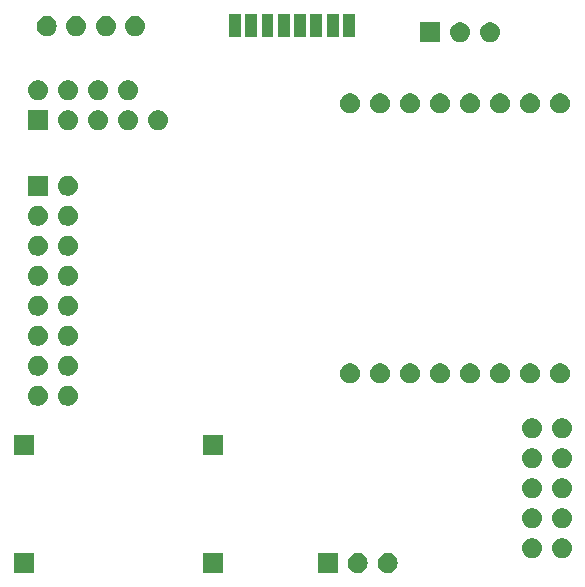
<source format=gbr>
%TF.GenerationSoftware,KiCad,Pcbnew,8.0.1*%
%TF.CreationDate,2024-03-29T13:37:13+01:00*%
%TF.ProjectId,EHealth_PCB,45486561-6c74-4685-9f50-43422e6b6963,rev?*%
%TF.SameCoordinates,Original*%
%TF.FileFunction,Soldermask,Bot*%
%TF.FilePolarity,Negative*%
%FSLAX46Y46*%
G04 Gerber Fmt 4.6, Leading zero omitted, Abs format (unit mm)*
G04 Created by KiCad (PCBNEW 8.0.1) date 2024-03-29 13:37:13*
%MOMM*%
%LPD*%
G01*
G04 APERTURE LIST*
G04 APERTURE END LIST*
G36*
X181600000Y-105100000D02*
G01*
X179900000Y-105100000D01*
X179900000Y-103400000D01*
X181600000Y-103400000D01*
X181600000Y-105100000D01*
G37*
G36*
X197600000Y-105100000D02*
G01*
X195900000Y-105100000D01*
X195900000Y-103400000D01*
X197600000Y-103400000D01*
X197600000Y-105100000D01*
G37*
G36*
X207310000Y-105100000D02*
G01*
X205610000Y-105100000D01*
X205610000Y-103400000D01*
X207310000Y-103400000D01*
X207310000Y-105100000D01*
G37*
G36*
X209262664Y-103441602D02*
G01*
X209425000Y-103513878D01*
X209568761Y-103618327D01*
X209687664Y-103750383D01*
X209776514Y-103904274D01*
X209831425Y-104073275D01*
X209850000Y-104250000D01*
X209831425Y-104426725D01*
X209776514Y-104595726D01*
X209687664Y-104749617D01*
X209568761Y-104881673D01*
X209425000Y-104986122D01*
X209262664Y-105058398D01*
X209088849Y-105095344D01*
X208911151Y-105095344D01*
X208737336Y-105058398D01*
X208575000Y-104986122D01*
X208431239Y-104881673D01*
X208312336Y-104749617D01*
X208223486Y-104595726D01*
X208168575Y-104426725D01*
X208150000Y-104250000D01*
X208168575Y-104073275D01*
X208223486Y-103904274D01*
X208312336Y-103750383D01*
X208431239Y-103618327D01*
X208575000Y-103513878D01*
X208737336Y-103441602D01*
X208911151Y-103404656D01*
X209088849Y-103404656D01*
X209262664Y-103441602D01*
G37*
G36*
X211802664Y-103441602D02*
G01*
X211965000Y-103513878D01*
X212108761Y-103618327D01*
X212227664Y-103750383D01*
X212316514Y-103904274D01*
X212371425Y-104073275D01*
X212390000Y-104250000D01*
X212371425Y-104426725D01*
X212316514Y-104595726D01*
X212227664Y-104749617D01*
X212108761Y-104881673D01*
X211965000Y-104986122D01*
X211802664Y-105058398D01*
X211628849Y-105095344D01*
X211451151Y-105095344D01*
X211277336Y-105058398D01*
X211115000Y-104986122D01*
X210971239Y-104881673D01*
X210852336Y-104749617D01*
X210763486Y-104595726D01*
X210708575Y-104426725D01*
X210690000Y-104250000D01*
X210708575Y-104073275D01*
X210763486Y-103904274D01*
X210852336Y-103750383D01*
X210971239Y-103618327D01*
X211115000Y-103513878D01*
X211277336Y-103441602D01*
X211451151Y-103404656D01*
X211628849Y-103404656D01*
X211802664Y-103441602D01*
G37*
G36*
X223997664Y-102181602D02*
G01*
X224160000Y-102253878D01*
X224303761Y-102358327D01*
X224422664Y-102490383D01*
X224511514Y-102644274D01*
X224566425Y-102813275D01*
X224585000Y-102990000D01*
X224566425Y-103166725D01*
X224511514Y-103335726D01*
X224422664Y-103489617D01*
X224303761Y-103621673D01*
X224160000Y-103726122D01*
X223997664Y-103798398D01*
X223823849Y-103835344D01*
X223646151Y-103835344D01*
X223472336Y-103798398D01*
X223310000Y-103726122D01*
X223166239Y-103621673D01*
X223047336Y-103489617D01*
X222958486Y-103335726D01*
X222903575Y-103166725D01*
X222885000Y-102990000D01*
X222903575Y-102813275D01*
X222958486Y-102644274D01*
X223047336Y-102490383D01*
X223166239Y-102358327D01*
X223310000Y-102253878D01*
X223472336Y-102181602D01*
X223646151Y-102144656D01*
X223823849Y-102144656D01*
X223997664Y-102181602D01*
G37*
G36*
X226537664Y-102181602D02*
G01*
X226700000Y-102253878D01*
X226843761Y-102358327D01*
X226962664Y-102490383D01*
X227051514Y-102644274D01*
X227106425Y-102813275D01*
X227125000Y-102990000D01*
X227106425Y-103166725D01*
X227051514Y-103335726D01*
X226962664Y-103489617D01*
X226843761Y-103621673D01*
X226700000Y-103726122D01*
X226537664Y-103798398D01*
X226363849Y-103835344D01*
X226186151Y-103835344D01*
X226012336Y-103798398D01*
X225850000Y-103726122D01*
X225706239Y-103621673D01*
X225587336Y-103489617D01*
X225498486Y-103335726D01*
X225443575Y-103166725D01*
X225425000Y-102990000D01*
X225443575Y-102813275D01*
X225498486Y-102644274D01*
X225587336Y-102490383D01*
X225706239Y-102358327D01*
X225850000Y-102253878D01*
X226012336Y-102181602D01*
X226186151Y-102144656D01*
X226363849Y-102144656D01*
X226537664Y-102181602D01*
G37*
G36*
X223997664Y-99641602D02*
G01*
X224160000Y-99713878D01*
X224303761Y-99818327D01*
X224422664Y-99950383D01*
X224511514Y-100104274D01*
X224566425Y-100273275D01*
X224585000Y-100450000D01*
X224566425Y-100626725D01*
X224511514Y-100795726D01*
X224422664Y-100949617D01*
X224303761Y-101081673D01*
X224160000Y-101186122D01*
X223997664Y-101258398D01*
X223823849Y-101295344D01*
X223646151Y-101295344D01*
X223472336Y-101258398D01*
X223310000Y-101186122D01*
X223166239Y-101081673D01*
X223047336Y-100949617D01*
X222958486Y-100795726D01*
X222903575Y-100626725D01*
X222885000Y-100450000D01*
X222903575Y-100273275D01*
X222958486Y-100104274D01*
X223047336Y-99950383D01*
X223166239Y-99818327D01*
X223310000Y-99713878D01*
X223472336Y-99641602D01*
X223646151Y-99604656D01*
X223823849Y-99604656D01*
X223997664Y-99641602D01*
G37*
G36*
X226537664Y-99641602D02*
G01*
X226700000Y-99713878D01*
X226843761Y-99818327D01*
X226962664Y-99950383D01*
X227051514Y-100104274D01*
X227106425Y-100273275D01*
X227125000Y-100450000D01*
X227106425Y-100626725D01*
X227051514Y-100795726D01*
X226962664Y-100949617D01*
X226843761Y-101081673D01*
X226700000Y-101186122D01*
X226537664Y-101258398D01*
X226363849Y-101295344D01*
X226186151Y-101295344D01*
X226012336Y-101258398D01*
X225850000Y-101186122D01*
X225706239Y-101081673D01*
X225587336Y-100949617D01*
X225498486Y-100795726D01*
X225443575Y-100626725D01*
X225425000Y-100450000D01*
X225443575Y-100273275D01*
X225498486Y-100104274D01*
X225587336Y-99950383D01*
X225706239Y-99818327D01*
X225850000Y-99713878D01*
X226012336Y-99641602D01*
X226186151Y-99604656D01*
X226363849Y-99604656D01*
X226537664Y-99641602D01*
G37*
G36*
X223997664Y-97101602D02*
G01*
X224160000Y-97173878D01*
X224303761Y-97278327D01*
X224422664Y-97410383D01*
X224511514Y-97564274D01*
X224566425Y-97733275D01*
X224585000Y-97910000D01*
X224566425Y-98086725D01*
X224511514Y-98255726D01*
X224422664Y-98409617D01*
X224303761Y-98541673D01*
X224160000Y-98646122D01*
X223997664Y-98718398D01*
X223823849Y-98755344D01*
X223646151Y-98755344D01*
X223472336Y-98718398D01*
X223310000Y-98646122D01*
X223166239Y-98541673D01*
X223047336Y-98409617D01*
X222958486Y-98255726D01*
X222903575Y-98086725D01*
X222885000Y-97910000D01*
X222903575Y-97733275D01*
X222958486Y-97564274D01*
X223047336Y-97410383D01*
X223166239Y-97278327D01*
X223310000Y-97173878D01*
X223472336Y-97101602D01*
X223646151Y-97064656D01*
X223823849Y-97064656D01*
X223997664Y-97101602D01*
G37*
G36*
X226537664Y-97101602D02*
G01*
X226700000Y-97173878D01*
X226843761Y-97278327D01*
X226962664Y-97410383D01*
X227051514Y-97564274D01*
X227106425Y-97733275D01*
X227125000Y-97910000D01*
X227106425Y-98086725D01*
X227051514Y-98255726D01*
X226962664Y-98409617D01*
X226843761Y-98541673D01*
X226700000Y-98646122D01*
X226537664Y-98718398D01*
X226363849Y-98755344D01*
X226186151Y-98755344D01*
X226012336Y-98718398D01*
X225850000Y-98646122D01*
X225706239Y-98541673D01*
X225587336Y-98409617D01*
X225498486Y-98255726D01*
X225443575Y-98086725D01*
X225425000Y-97910000D01*
X225443575Y-97733275D01*
X225498486Y-97564274D01*
X225587336Y-97410383D01*
X225706239Y-97278327D01*
X225850000Y-97173878D01*
X226012336Y-97101602D01*
X226186151Y-97064656D01*
X226363849Y-97064656D01*
X226537664Y-97101602D01*
G37*
G36*
X223997664Y-94561602D02*
G01*
X224160000Y-94633878D01*
X224303761Y-94738327D01*
X224422664Y-94870383D01*
X224511514Y-95024274D01*
X224566425Y-95193275D01*
X224585000Y-95370000D01*
X224566425Y-95546725D01*
X224511514Y-95715726D01*
X224422664Y-95869617D01*
X224303761Y-96001673D01*
X224160000Y-96106122D01*
X223997664Y-96178398D01*
X223823849Y-96215344D01*
X223646151Y-96215344D01*
X223472336Y-96178398D01*
X223310000Y-96106122D01*
X223166239Y-96001673D01*
X223047336Y-95869617D01*
X222958486Y-95715726D01*
X222903575Y-95546725D01*
X222885000Y-95370000D01*
X222903575Y-95193275D01*
X222958486Y-95024274D01*
X223047336Y-94870383D01*
X223166239Y-94738327D01*
X223310000Y-94633878D01*
X223472336Y-94561602D01*
X223646151Y-94524656D01*
X223823849Y-94524656D01*
X223997664Y-94561602D01*
G37*
G36*
X226537664Y-94561602D02*
G01*
X226700000Y-94633878D01*
X226843761Y-94738327D01*
X226962664Y-94870383D01*
X227051514Y-95024274D01*
X227106425Y-95193275D01*
X227125000Y-95370000D01*
X227106425Y-95546725D01*
X227051514Y-95715726D01*
X226962664Y-95869617D01*
X226843761Y-96001673D01*
X226700000Y-96106122D01*
X226537664Y-96178398D01*
X226363849Y-96215344D01*
X226186151Y-96215344D01*
X226012336Y-96178398D01*
X225850000Y-96106122D01*
X225706239Y-96001673D01*
X225587336Y-95869617D01*
X225498486Y-95715726D01*
X225443575Y-95546725D01*
X225425000Y-95370000D01*
X225443575Y-95193275D01*
X225498486Y-95024274D01*
X225587336Y-94870383D01*
X225706239Y-94738327D01*
X225850000Y-94633878D01*
X226012336Y-94561602D01*
X226186151Y-94524656D01*
X226363849Y-94524656D01*
X226537664Y-94561602D01*
G37*
G36*
X181600000Y-95100000D02*
G01*
X179900000Y-95100000D01*
X179900000Y-93400000D01*
X181600000Y-93400000D01*
X181600000Y-95100000D01*
G37*
G36*
X197600000Y-95100000D02*
G01*
X195900000Y-95100000D01*
X195900000Y-93400000D01*
X197600000Y-93400000D01*
X197600000Y-95100000D01*
G37*
G36*
X223997664Y-92021602D02*
G01*
X224160000Y-92093878D01*
X224303761Y-92198327D01*
X224422664Y-92330383D01*
X224511514Y-92484274D01*
X224566425Y-92653275D01*
X224585000Y-92830000D01*
X224566425Y-93006725D01*
X224511514Y-93175726D01*
X224422664Y-93329617D01*
X224303761Y-93461673D01*
X224160000Y-93566122D01*
X223997664Y-93638398D01*
X223823849Y-93675344D01*
X223646151Y-93675344D01*
X223472336Y-93638398D01*
X223310000Y-93566122D01*
X223166239Y-93461673D01*
X223047336Y-93329617D01*
X222958486Y-93175726D01*
X222903575Y-93006725D01*
X222885000Y-92830000D01*
X222903575Y-92653275D01*
X222958486Y-92484274D01*
X223047336Y-92330383D01*
X223166239Y-92198327D01*
X223310000Y-92093878D01*
X223472336Y-92021602D01*
X223646151Y-91984656D01*
X223823849Y-91984656D01*
X223997664Y-92021602D01*
G37*
G36*
X226537664Y-92021602D02*
G01*
X226700000Y-92093878D01*
X226843761Y-92198327D01*
X226962664Y-92330383D01*
X227051514Y-92484274D01*
X227106425Y-92653275D01*
X227125000Y-92830000D01*
X227106425Y-93006725D01*
X227051514Y-93175726D01*
X226962664Y-93329617D01*
X226843761Y-93461673D01*
X226700000Y-93566122D01*
X226537664Y-93638398D01*
X226363849Y-93675344D01*
X226186151Y-93675344D01*
X226012336Y-93638398D01*
X225850000Y-93566122D01*
X225706239Y-93461673D01*
X225587336Y-93329617D01*
X225498486Y-93175726D01*
X225443575Y-93006725D01*
X225425000Y-92830000D01*
X225443575Y-92653275D01*
X225498486Y-92484274D01*
X225587336Y-92330383D01*
X225706239Y-92198327D01*
X225850000Y-92093878D01*
X226012336Y-92021602D01*
X226186151Y-91984656D01*
X226363849Y-91984656D01*
X226537664Y-92021602D01*
G37*
G36*
X182172664Y-89291602D02*
G01*
X182335000Y-89363878D01*
X182478761Y-89468327D01*
X182597664Y-89600383D01*
X182686514Y-89754274D01*
X182741425Y-89923275D01*
X182760000Y-90100000D01*
X182741425Y-90276725D01*
X182686514Y-90445726D01*
X182597664Y-90599617D01*
X182478761Y-90731673D01*
X182335000Y-90836122D01*
X182172664Y-90908398D01*
X181998849Y-90945344D01*
X181821151Y-90945344D01*
X181647336Y-90908398D01*
X181485000Y-90836122D01*
X181341239Y-90731673D01*
X181222336Y-90599617D01*
X181133486Y-90445726D01*
X181078575Y-90276725D01*
X181060000Y-90100000D01*
X181078575Y-89923275D01*
X181133486Y-89754274D01*
X181222336Y-89600383D01*
X181341239Y-89468327D01*
X181485000Y-89363878D01*
X181647336Y-89291602D01*
X181821151Y-89254656D01*
X181998849Y-89254656D01*
X182172664Y-89291602D01*
G37*
G36*
X184712664Y-89291602D02*
G01*
X184875000Y-89363878D01*
X185018761Y-89468327D01*
X185137664Y-89600383D01*
X185226514Y-89754274D01*
X185281425Y-89923275D01*
X185300000Y-90100000D01*
X185281425Y-90276725D01*
X185226514Y-90445726D01*
X185137664Y-90599617D01*
X185018761Y-90731673D01*
X184875000Y-90836122D01*
X184712664Y-90908398D01*
X184538849Y-90945344D01*
X184361151Y-90945344D01*
X184187336Y-90908398D01*
X184025000Y-90836122D01*
X183881239Y-90731673D01*
X183762336Y-90599617D01*
X183673486Y-90445726D01*
X183618575Y-90276725D01*
X183600000Y-90100000D01*
X183618575Y-89923275D01*
X183673486Y-89754274D01*
X183762336Y-89600383D01*
X183881239Y-89468327D01*
X184025000Y-89363878D01*
X184187336Y-89291602D01*
X184361151Y-89254656D01*
X184538849Y-89254656D01*
X184712664Y-89291602D01*
G37*
G36*
X208614587Y-87393446D02*
G01*
X208776923Y-87465722D01*
X208920684Y-87570171D01*
X209039587Y-87702227D01*
X209128437Y-87856118D01*
X209183348Y-88025119D01*
X209201923Y-88201844D01*
X209183348Y-88378569D01*
X209128437Y-88547570D01*
X209039587Y-88701461D01*
X208920684Y-88833517D01*
X208776923Y-88937966D01*
X208614587Y-89010242D01*
X208440772Y-89047188D01*
X208263074Y-89047188D01*
X208089259Y-89010242D01*
X207926923Y-88937966D01*
X207783162Y-88833517D01*
X207664259Y-88701461D01*
X207575409Y-88547570D01*
X207520498Y-88378569D01*
X207501923Y-88201844D01*
X207520498Y-88025119D01*
X207575409Y-87856118D01*
X207664259Y-87702227D01*
X207783162Y-87570171D01*
X207926923Y-87465722D01*
X208089259Y-87393446D01*
X208263074Y-87356500D01*
X208440772Y-87356500D01*
X208614587Y-87393446D01*
G37*
G36*
X211154587Y-87393446D02*
G01*
X211316923Y-87465722D01*
X211460684Y-87570171D01*
X211579587Y-87702227D01*
X211668437Y-87856118D01*
X211723348Y-88025119D01*
X211741923Y-88201844D01*
X211723348Y-88378569D01*
X211668437Y-88547570D01*
X211579587Y-88701461D01*
X211460684Y-88833517D01*
X211316923Y-88937966D01*
X211154587Y-89010242D01*
X210980772Y-89047188D01*
X210803074Y-89047188D01*
X210629259Y-89010242D01*
X210466923Y-88937966D01*
X210323162Y-88833517D01*
X210204259Y-88701461D01*
X210115409Y-88547570D01*
X210060498Y-88378569D01*
X210041923Y-88201844D01*
X210060498Y-88025119D01*
X210115409Y-87856118D01*
X210204259Y-87702227D01*
X210323162Y-87570171D01*
X210466923Y-87465722D01*
X210629259Y-87393446D01*
X210803074Y-87356500D01*
X210980772Y-87356500D01*
X211154587Y-87393446D01*
G37*
G36*
X213694587Y-87393446D02*
G01*
X213856923Y-87465722D01*
X214000684Y-87570171D01*
X214119587Y-87702227D01*
X214208437Y-87856118D01*
X214263348Y-88025119D01*
X214281923Y-88201844D01*
X214263348Y-88378569D01*
X214208437Y-88547570D01*
X214119587Y-88701461D01*
X214000684Y-88833517D01*
X213856923Y-88937966D01*
X213694587Y-89010242D01*
X213520772Y-89047188D01*
X213343074Y-89047188D01*
X213169259Y-89010242D01*
X213006923Y-88937966D01*
X212863162Y-88833517D01*
X212744259Y-88701461D01*
X212655409Y-88547570D01*
X212600498Y-88378569D01*
X212581923Y-88201844D01*
X212600498Y-88025119D01*
X212655409Y-87856118D01*
X212744259Y-87702227D01*
X212863162Y-87570171D01*
X213006923Y-87465722D01*
X213169259Y-87393446D01*
X213343074Y-87356500D01*
X213520772Y-87356500D01*
X213694587Y-87393446D01*
G37*
G36*
X216234587Y-87393446D02*
G01*
X216396923Y-87465722D01*
X216540684Y-87570171D01*
X216659587Y-87702227D01*
X216748437Y-87856118D01*
X216803348Y-88025119D01*
X216821923Y-88201844D01*
X216803348Y-88378569D01*
X216748437Y-88547570D01*
X216659587Y-88701461D01*
X216540684Y-88833517D01*
X216396923Y-88937966D01*
X216234587Y-89010242D01*
X216060772Y-89047188D01*
X215883074Y-89047188D01*
X215709259Y-89010242D01*
X215546923Y-88937966D01*
X215403162Y-88833517D01*
X215284259Y-88701461D01*
X215195409Y-88547570D01*
X215140498Y-88378569D01*
X215121923Y-88201844D01*
X215140498Y-88025119D01*
X215195409Y-87856118D01*
X215284259Y-87702227D01*
X215403162Y-87570171D01*
X215546923Y-87465722D01*
X215709259Y-87393446D01*
X215883074Y-87356500D01*
X216060772Y-87356500D01*
X216234587Y-87393446D01*
G37*
G36*
X218774587Y-87393446D02*
G01*
X218936923Y-87465722D01*
X219080684Y-87570171D01*
X219199587Y-87702227D01*
X219288437Y-87856118D01*
X219343348Y-88025119D01*
X219361923Y-88201844D01*
X219343348Y-88378569D01*
X219288437Y-88547570D01*
X219199587Y-88701461D01*
X219080684Y-88833517D01*
X218936923Y-88937966D01*
X218774587Y-89010242D01*
X218600772Y-89047188D01*
X218423074Y-89047188D01*
X218249259Y-89010242D01*
X218086923Y-88937966D01*
X217943162Y-88833517D01*
X217824259Y-88701461D01*
X217735409Y-88547570D01*
X217680498Y-88378569D01*
X217661923Y-88201844D01*
X217680498Y-88025119D01*
X217735409Y-87856118D01*
X217824259Y-87702227D01*
X217943162Y-87570171D01*
X218086923Y-87465722D01*
X218249259Y-87393446D01*
X218423074Y-87356500D01*
X218600772Y-87356500D01*
X218774587Y-87393446D01*
G37*
G36*
X221314587Y-87393446D02*
G01*
X221476923Y-87465722D01*
X221620684Y-87570171D01*
X221739587Y-87702227D01*
X221828437Y-87856118D01*
X221883348Y-88025119D01*
X221901923Y-88201844D01*
X221883348Y-88378569D01*
X221828437Y-88547570D01*
X221739587Y-88701461D01*
X221620684Y-88833517D01*
X221476923Y-88937966D01*
X221314587Y-89010242D01*
X221140772Y-89047188D01*
X220963074Y-89047188D01*
X220789259Y-89010242D01*
X220626923Y-88937966D01*
X220483162Y-88833517D01*
X220364259Y-88701461D01*
X220275409Y-88547570D01*
X220220498Y-88378569D01*
X220201923Y-88201844D01*
X220220498Y-88025119D01*
X220275409Y-87856118D01*
X220364259Y-87702227D01*
X220483162Y-87570171D01*
X220626923Y-87465722D01*
X220789259Y-87393446D01*
X220963074Y-87356500D01*
X221140772Y-87356500D01*
X221314587Y-87393446D01*
G37*
G36*
X223854587Y-87393446D02*
G01*
X224016923Y-87465722D01*
X224160684Y-87570171D01*
X224279587Y-87702227D01*
X224368437Y-87856118D01*
X224423348Y-88025119D01*
X224441923Y-88201844D01*
X224423348Y-88378569D01*
X224368437Y-88547570D01*
X224279587Y-88701461D01*
X224160684Y-88833517D01*
X224016923Y-88937966D01*
X223854587Y-89010242D01*
X223680772Y-89047188D01*
X223503074Y-89047188D01*
X223329259Y-89010242D01*
X223166923Y-88937966D01*
X223023162Y-88833517D01*
X222904259Y-88701461D01*
X222815409Y-88547570D01*
X222760498Y-88378569D01*
X222741923Y-88201844D01*
X222760498Y-88025119D01*
X222815409Y-87856118D01*
X222904259Y-87702227D01*
X223023162Y-87570171D01*
X223166923Y-87465722D01*
X223329259Y-87393446D01*
X223503074Y-87356500D01*
X223680772Y-87356500D01*
X223854587Y-87393446D01*
G37*
G36*
X226394587Y-87393446D02*
G01*
X226556923Y-87465722D01*
X226700684Y-87570171D01*
X226819587Y-87702227D01*
X226908437Y-87856118D01*
X226963348Y-88025119D01*
X226981923Y-88201844D01*
X226963348Y-88378569D01*
X226908437Y-88547570D01*
X226819587Y-88701461D01*
X226700684Y-88833517D01*
X226556923Y-88937966D01*
X226394587Y-89010242D01*
X226220772Y-89047188D01*
X226043074Y-89047188D01*
X225869259Y-89010242D01*
X225706923Y-88937966D01*
X225563162Y-88833517D01*
X225444259Y-88701461D01*
X225355409Y-88547570D01*
X225300498Y-88378569D01*
X225281923Y-88201844D01*
X225300498Y-88025119D01*
X225355409Y-87856118D01*
X225444259Y-87702227D01*
X225563162Y-87570171D01*
X225706923Y-87465722D01*
X225869259Y-87393446D01*
X226043074Y-87356500D01*
X226220772Y-87356500D01*
X226394587Y-87393446D01*
G37*
G36*
X182172664Y-86751602D02*
G01*
X182335000Y-86823878D01*
X182478761Y-86928327D01*
X182597664Y-87060383D01*
X182686514Y-87214274D01*
X182741425Y-87383275D01*
X182760000Y-87560000D01*
X182741425Y-87736725D01*
X182686514Y-87905726D01*
X182597664Y-88059617D01*
X182478761Y-88191673D01*
X182335000Y-88296122D01*
X182172664Y-88368398D01*
X181998849Y-88405344D01*
X181821151Y-88405344D01*
X181647336Y-88368398D01*
X181485000Y-88296122D01*
X181341239Y-88191673D01*
X181222336Y-88059617D01*
X181133486Y-87905726D01*
X181078575Y-87736725D01*
X181060000Y-87560000D01*
X181078575Y-87383275D01*
X181133486Y-87214274D01*
X181222336Y-87060383D01*
X181341239Y-86928327D01*
X181485000Y-86823878D01*
X181647336Y-86751602D01*
X181821151Y-86714656D01*
X181998849Y-86714656D01*
X182172664Y-86751602D01*
G37*
G36*
X184712664Y-86751602D02*
G01*
X184875000Y-86823878D01*
X185018761Y-86928327D01*
X185137664Y-87060383D01*
X185226514Y-87214274D01*
X185281425Y-87383275D01*
X185300000Y-87560000D01*
X185281425Y-87736725D01*
X185226514Y-87905726D01*
X185137664Y-88059617D01*
X185018761Y-88191673D01*
X184875000Y-88296122D01*
X184712664Y-88368398D01*
X184538849Y-88405344D01*
X184361151Y-88405344D01*
X184187336Y-88368398D01*
X184025000Y-88296122D01*
X183881239Y-88191673D01*
X183762336Y-88059617D01*
X183673486Y-87905726D01*
X183618575Y-87736725D01*
X183600000Y-87560000D01*
X183618575Y-87383275D01*
X183673486Y-87214274D01*
X183762336Y-87060383D01*
X183881239Y-86928327D01*
X184025000Y-86823878D01*
X184187336Y-86751602D01*
X184361151Y-86714656D01*
X184538849Y-86714656D01*
X184712664Y-86751602D01*
G37*
G36*
X182172664Y-84211602D02*
G01*
X182335000Y-84283878D01*
X182478761Y-84388327D01*
X182597664Y-84520383D01*
X182686514Y-84674274D01*
X182741425Y-84843275D01*
X182760000Y-85020000D01*
X182741425Y-85196725D01*
X182686514Y-85365726D01*
X182597664Y-85519617D01*
X182478761Y-85651673D01*
X182335000Y-85756122D01*
X182172664Y-85828398D01*
X181998849Y-85865344D01*
X181821151Y-85865344D01*
X181647336Y-85828398D01*
X181485000Y-85756122D01*
X181341239Y-85651673D01*
X181222336Y-85519617D01*
X181133486Y-85365726D01*
X181078575Y-85196725D01*
X181060000Y-85020000D01*
X181078575Y-84843275D01*
X181133486Y-84674274D01*
X181222336Y-84520383D01*
X181341239Y-84388327D01*
X181485000Y-84283878D01*
X181647336Y-84211602D01*
X181821151Y-84174656D01*
X181998849Y-84174656D01*
X182172664Y-84211602D01*
G37*
G36*
X184712664Y-84211602D02*
G01*
X184875000Y-84283878D01*
X185018761Y-84388327D01*
X185137664Y-84520383D01*
X185226514Y-84674274D01*
X185281425Y-84843275D01*
X185300000Y-85020000D01*
X185281425Y-85196725D01*
X185226514Y-85365726D01*
X185137664Y-85519617D01*
X185018761Y-85651673D01*
X184875000Y-85756122D01*
X184712664Y-85828398D01*
X184538849Y-85865344D01*
X184361151Y-85865344D01*
X184187336Y-85828398D01*
X184025000Y-85756122D01*
X183881239Y-85651673D01*
X183762336Y-85519617D01*
X183673486Y-85365726D01*
X183618575Y-85196725D01*
X183600000Y-85020000D01*
X183618575Y-84843275D01*
X183673486Y-84674274D01*
X183762336Y-84520383D01*
X183881239Y-84388327D01*
X184025000Y-84283878D01*
X184187336Y-84211602D01*
X184361151Y-84174656D01*
X184538849Y-84174656D01*
X184712664Y-84211602D01*
G37*
G36*
X182172664Y-81671602D02*
G01*
X182335000Y-81743878D01*
X182478761Y-81848327D01*
X182597664Y-81980383D01*
X182686514Y-82134274D01*
X182741425Y-82303275D01*
X182760000Y-82480000D01*
X182741425Y-82656725D01*
X182686514Y-82825726D01*
X182597664Y-82979617D01*
X182478761Y-83111673D01*
X182335000Y-83216122D01*
X182172664Y-83288398D01*
X181998849Y-83325344D01*
X181821151Y-83325344D01*
X181647336Y-83288398D01*
X181485000Y-83216122D01*
X181341239Y-83111673D01*
X181222336Y-82979617D01*
X181133486Y-82825726D01*
X181078575Y-82656725D01*
X181060000Y-82480000D01*
X181078575Y-82303275D01*
X181133486Y-82134274D01*
X181222336Y-81980383D01*
X181341239Y-81848327D01*
X181485000Y-81743878D01*
X181647336Y-81671602D01*
X181821151Y-81634656D01*
X181998849Y-81634656D01*
X182172664Y-81671602D01*
G37*
G36*
X184712664Y-81671602D02*
G01*
X184875000Y-81743878D01*
X185018761Y-81848327D01*
X185137664Y-81980383D01*
X185226514Y-82134274D01*
X185281425Y-82303275D01*
X185300000Y-82480000D01*
X185281425Y-82656725D01*
X185226514Y-82825726D01*
X185137664Y-82979617D01*
X185018761Y-83111673D01*
X184875000Y-83216122D01*
X184712664Y-83288398D01*
X184538849Y-83325344D01*
X184361151Y-83325344D01*
X184187336Y-83288398D01*
X184025000Y-83216122D01*
X183881239Y-83111673D01*
X183762336Y-82979617D01*
X183673486Y-82825726D01*
X183618575Y-82656725D01*
X183600000Y-82480000D01*
X183618575Y-82303275D01*
X183673486Y-82134274D01*
X183762336Y-81980383D01*
X183881239Y-81848327D01*
X184025000Y-81743878D01*
X184187336Y-81671602D01*
X184361151Y-81634656D01*
X184538849Y-81634656D01*
X184712664Y-81671602D01*
G37*
G36*
X182172664Y-79131602D02*
G01*
X182335000Y-79203878D01*
X182478761Y-79308327D01*
X182597664Y-79440383D01*
X182686514Y-79594274D01*
X182741425Y-79763275D01*
X182760000Y-79940000D01*
X182741425Y-80116725D01*
X182686514Y-80285726D01*
X182597664Y-80439617D01*
X182478761Y-80571673D01*
X182335000Y-80676122D01*
X182172664Y-80748398D01*
X181998849Y-80785344D01*
X181821151Y-80785344D01*
X181647336Y-80748398D01*
X181485000Y-80676122D01*
X181341239Y-80571673D01*
X181222336Y-80439617D01*
X181133486Y-80285726D01*
X181078575Y-80116725D01*
X181060000Y-79940000D01*
X181078575Y-79763275D01*
X181133486Y-79594274D01*
X181222336Y-79440383D01*
X181341239Y-79308327D01*
X181485000Y-79203878D01*
X181647336Y-79131602D01*
X181821151Y-79094656D01*
X181998849Y-79094656D01*
X182172664Y-79131602D01*
G37*
G36*
X184712664Y-79131602D02*
G01*
X184875000Y-79203878D01*
X185018761Y-79308327D01*
X185137664Y-79440383D01*
X185226514Y-79594274D01*
X185281425Y-79763275D01*
X185300000Y-79940000D01*
X185281425Y-80116725D01*
X185226514Y-80285726D01*
X185137664Y-80439617D01*
X185018761Y-80571673D01*
X184875000Y-80676122D01*
X184712664Y-80748398D01*
X184538849Y-80785344D01*
X184361151Y-80785344D01*
X184187336Y-80748398D01*
X184025000Y-80676122D01*
X183881239Y-80571673D01*
X183762336Y-80439617D01*
X183673486Y-80285726D01*
X183618575Y-80116725D01*
X183600000Y-79940000D01*
X183618575Y-79763275D01*
X183673486Y-79594274D01*
X183762336Y-79440383D01*
X183881239Y-79308327D01*
X184025000Y-79203878D01*
X184187336Y-79131602D01*
X184361151Y-79094656D01*
X184538849Y-79094656D01*
X184712664Y-79131602D01*
G37*
G36*
X182172664Y-76591602D02*
G01*
X182335000Y-76663878D01*
X182478761Y-76768327D01*
X182597664Y-76900383D01*
X182686514Y-77054274D01*
X182741425Y-77223275D01*
X182760000Y-77400000D01*
X182741425Y-77576725D01*
X182686514Y-77745726D01*
X182597664Y-77899617D01*
X182478761Y-78031673D01*
X182335000Y-78136122D01*
X182172664Y-78208398D01*
X181998849Y-78245344D01*
X181821151Y-78245344D01*
X181647336Y-78208398D01*
X181485000Y-78136122D01*
X181341239Y-78031673D01*
X181222336Y-77899617D01*
X181133486Y-77745726D01*
X181078575Y-77576725D01*
X181060000Y-77400000D01*
X181078575Y-77223275D01*
X181133486Y-77054274D01*
X181222336Y-76900383D01*
X181341239Y-76768327D01*
X181485000Y-76663878D01*
X181647336Y-76591602D01*
X181821151Y-76554656D01*
X181998849Y-76554656D01*
X182172664Y-76591602D01*
G37*
G36*
X184712664Y-76591602D02*
G01*
X184875000Y-76663878D01*
X185018761Y-76768327D01*
X185137664Y-76900383D01*
X185226514Y-77054274D01*
X185281425Y-77223275D01*
X185300000Y-77400000D01*
X185281425Y-77576725D01*
X185226514Y-77745726D01*
X185137664Y-77899617D01*
X185018761Y-78031673D01*
X184875000Y-78136122D01*
X184712664Y-78208398D01*
X184538849Y-78245344D01*
X184361151Y-78245344D01*
X184187336Y-78208398D01*
X184025000Y-78136122D01*
X183881239Y-78031673D01*
X183762336Y-77899617D01*
X183673486Y-77745726D01*
X183618575Y-77576725D01*
X183600000Y-77400000D01*
X183618575Y-77223275D01*
X183673486Y-77054274D01*
X183762336Y-76900383D01*
X183881239Y-76768327D01*
X184025000Y-76663878D01*
X184187336Y-76591602D01*
X184361151Y-76554656D01*
X184538849Y-76554656D01*
X184712664Y-76591602D01*
G37*
G36*
X182172664Y-74051602D02*
G01*
X182335000Y-74123878D01*
X182478761Y-74228327D01*
X182597664Y-74360383D01*
X182686514Y-74514274D01*
X182741425Y-74683275D01*
X182760000Y-74860000D01*
X182741425Y-75036725D01*
X182686514Y-75205726D01*
X182597664Y-75359617D01*
X182478761Y-75491673D01*
X182335000Y-75596122D01*
X182172664Y-75668398D01*
X181998849Y-75705344D01*
X181821151Y-75705344D01*
X181647336Y-75668398D01*
X181485000Y-75596122D01*
X181341239Y-75491673D01*
X181222336Y-75359617D01*
X181133486Y-75205726D01*
X181078575Y-75036725D01*
X181060000Y-74860000D01*
X181078575Y-74683275D01*
X181133486Y-74514274D01*
X181222336Y-74360383D01*
X181341239Y-74228327D01*
X181485000Y-74123878D01*
X181647336Y-74051602D01*
X181821151Y-74014656D01*
X181998849Y-74014656D01*
X182172664Y-74051602D01*
G37*
G36*
X184712664Y-74051602D02*
G01*
X184875000Y-74123878D01*
X185018761Y-74228327D01*
X185137664Y-74360383D01*
X185226514Y-74514274D01*
X185281425Y-74683275D01*
X185300000Y-74860000D01*
X185281425Y-75036725D01*
X185226514Y-75205726D01*
X185137664Y-75359617D01*
X185018761Y-75491673D01*
X184875000Y-75596122D01*
X184712664Y-75668398D01*
X184538849Y-75705344D01*
X184361151Y-75705344D01*
X184187336Y-75668398D01*
X184025000Y-75596122D01*
X183881239Y-75491673D01*
X183762336Y-75359617D01*
X183673486Y-75205726D01*
X183618575Y-75036725D01*
X183600000Y-74860000D01*
X183618575Y-74683275D01*
X183673486Y-74514274D01*
X183762336Y-74360383D01*
X183881239Y-74228327D01*
X184025000Y-74123878D01*
X184187336Y-74051602D01*
X184361151Y-74014656D01*
X184538849Y-74014656D01*
X184712664Y-74051602D01*
G37*
G36*
X182760000Y-73170000D02*
G01*
X181060000Y-73170000D01*
X181060000Y-71470000D01*
X182760000Y-71470000D01*
X182760000Y-73170000D01*
G37*
G36*
X184712664Y-71511602D02*
G01*
X184875000Y-71583878D01*
X185018761Y-71688327D01*
X185137664Y-71820383D01*
X185226514Y-71974274D01*
X185281425Y-72143275D01*
X185300000Y-72320000D01*
X185281425Y-72496725D01*
X185226514Y-72665726D01*
X185137664Y-72819617D01*
X185018761Y-72951673D01*
X184875000Y-73056122D01*
X184712664Y-73128398D01*
X184538849Y-73165344D01*
X184361151Y-73165344D01*
X184187336Y-73128398D01*
X184025000Y-73056122D01*
X183881239Y-72951673D01*
X183762336Y-72819617D01*
X183673486Y-72665726D01*
X183618575Y-72496725D01*
X183600000Y-72320000D01*
X183618575Y-72143275D01*
X183673486Y-71974274D01*
X183762336Y-71820383D01*
X183881239Y-71688327D01*
X184025000Y-71583878D01*
X184187336Y-71511602D01*
X184361151Y-71474656D01*
X184538849Y-71474656D01*
X184712664Y-71511602D01*
G37*
G36*
X182770000Y-67600000D02*
G01*
X181070000Y-67600000D01*
X181070000Y-65900000D01*
X182770000Y-65900000D01*
X182770000Y-67600000D01*
G37*
G36*
X184722664Y-65941602D02*
G01*
X184885000Y-66013878D01*
X185028761Y-66118327D01*
X185147664Y-66250383D01*
X185236514Y-66404274D01*
X185291425Y-66573275D01*
X185310000Y-66750000D01*
X185291425Y-66926725D01*
X185236514Y-67095726D01*
X185147664Y-67249617D01*
X185028761Y-67381673D01*
X184885000Y-67486122D01*
X184722664Y-67558398D01*
X184548849Y-67595344D01*
X184371151Y-67595344D01*
X184197336Y-67558398D01*
X184035000Y-67486122D01*
X183891239Y-67381673D01*
X183772336Y-67249617D01*
X183683486Y-67095726D01*
X183628575Y-66926725D01*
X183610000Y-66750000D01*
X183628575Y-66573275D01*
X183683486Y-66404274D01*
X183772336Y-66250383D01*
X183891239Y-66118327D01*
X184035000Y-66013878D01*
X184197336Y-65941602D01*
X184371151Y-65904656D01*
X184548849Y-65904656D01*
X184722664Y-65941602D01*
G37*
G36*
X187262664Y-65941602D02*
G01*
X187425000Y-66013878D01*
X187568761Y-66118327D01*
X187687664Y-66250383D01*
X187776514Y-66404274D01*
X187831425Y-66573275D01*
X187850000Y-66750000D01*
X187831425Y-66926725D01*
X187776514Y-67095726D01*
X187687664Y-67249617D01*
X187568761Y-67381673D01*
X187425000Y-67486122D01*
X187262664Y-67558398D01*
X187088849Y-67595344D01*
X186911151Y-67595344D01*
X186737336Y-67558398D01*
X186575000Y-67486122D01*
X186431239Y-67381673D01*
X186312336Y-67249617D01*
X186223486Y-67095726D01*
X186168575Y-66926725D01*
X186150000Y-66750000D01*
X186168575Y-66573275D01*
X186223486Y-66404274D01*
X186312336Y-66250383D01*
X186431239Y-66118327D01*
X186575000Y-66013878D01*
X186737336Y-65941602D01*
X186911151Y-65904656D01*
X187088849Y-65904656D01*
X187262664Y-65941602D01*
G37*
G36*
X189802664Y-65941602D02*
G01*
X189965000Y-66013878D01*
X190108761Y-66118327D01*
X190227664Y-66250383D01*
X190316514Y-66404274D01*
X190371425Y-66573275D01*
X190390000Y-66750000D01*
X190371425Y-66926725D01*
X190316514Y-67095726D01*
X190227664Y-67249617D01*
X190108761Y-67381673D01*
X189965000Y-67486122D01*
X189802664Y-67558398D01*
X189628849Y-67595344D01*
X189451151Y-67595344D01*
X189277336Y-67558398D01*
X189115000Y-67486122D01*
X188971239Y-67381673D01*
X188852336Y-67249617D01*
X188763486Y-67095726D01*
X188708575Y-66926725D01*
X188690000Y-66750000D01*
X188708575Y-66573275D01*
X188763486Y-66404274D01*
X188852336Y-66250383D01*
X188971239Y-66118327D01*
X189115000Y-66013878D01*
X189277336Y-65941602D01*
X189451151Y-65904656D01*
X189628849Y-65904656D01*
X189802664Y-65941602D01*
G37*
G36*
X192342664Y-65941602D02*
G01*
X192505000Y-66013878D01*
X192648761Y-66118327D01*
X192767664Y-66250383D01*
X192856514Y-66404274D01*
X192911425Y-66573275D01*
X192930000Y-66750000D01*
X192911425Y-66926725D01*
X192856514Y-67095726D01*
X192767664Y-67249617D01*
X192648761Y-67381673D01*
X192505000Y-67486122D01*
X192342664Y-67558398D01*
X192168849Y-67595344D01*
X191991151Y-67595344D01*
X191817336Y-67558398D01*
X191655000Y-67486122D01*
X191511239Y-67381673D01*
X191392336Y-67249617D01*
X191303486Y-67095726D01*
X191248575Y-66926725D01*
X191230000Y-66750000D01*
X191248575Y-66573275D01*
X191303486Y-66404274D01*
X191392336Y-66250383D01*
X191511239Y-66118327D01*
X191655000Y-66013878D01*
X191817336Y-65941602D01*
X191991151Y-65904656D01*
X192168849Y-65904656D01*
X192342664Y-65941602D01*
G37*
G36*
X208614587Y-64533446D02*
G01*
X208776923Y-64605722D01*
X208920684Y-64710171D01*
X209039587Y-64842227D01*
X209128437Y-64996118D01*
X209183348Y-65165119D01*
X209201923Y-65341844D01*
X209183348Y-65518569D01*
X209128437Y-65687570D01*
X209039587Y-65841461D01*
X208920684Y-65973517D01*
X208776923Y-66077966D01*
X208614587Y-66150242D01*
X208440772Y-66187188D01*
X208263074Y-66187188D01*
X208089259Y-66150242D01*
X207926923Y-66077966D01*
X207783162Y-65973517D01*
X207664259Y-65841461D01*
X207575409Y-65687570D01*
X207520498Y-65518569D01*
X207501923Y-65341844D01*
X207520498Y-65165119D01*
X207575409Y-64996118D01*
X207664259Y-64842227D01*
X207783162Y-64710171D01*
X207926923Y-64605722D01*
X208089259Y-64533446D01*
X208263074Y-64496500D01*
X208440772Y-64496500D01*
X208614587Y-64533446D01*
G37*
G36*
X211154587Y-64533446D02*
G01*
X211316923Y-64605722D01*
X211460684Y-64710171D01*
X211579587Y-64842227D01*
X211668437Y-64996118D01*
X211723348Y-65165119D01*
X211741923Y-65341844D01*
X211723348Y-65518569D01*
X211668437Y-65687570D01*
X211579587Y-65841461D01*
X211460684Y-65973517D01*
X211316923Y-66077966D01*
X211154587Y-66150242D01*
X210980772Y-66187188D01*
X210803074Y-66187188D01*
X210629259Y-66150242D01*
X210466923Y-66077966D01*
X210323162Y-65973517D01*
X210204259Y-65841461D01*
X210115409Y-65687570D01*
X210060498Y-65518569D01*
X210041923Y-65341844D01*
X210060498Y-65165119D01*
X210115409Y-64996118D01*
X210204259Y-64842227D01*
X210323162Y-64710171D01*
X210466923Y-64605722D01*
X210629259Y-64533446D01*
X210803074Y-64496500D01*
X210980772Y-64496500D01*
X211154587Y-64533446D01*
G37*
G36*
X213694587Y-64533446D02*
G01*
X213856923Y-64605722D01*
X214000684Y-64710171D01*
X214119587Y-64842227D01*
X214208437Y-64996118D01*
X214263348Y-65165119D01*
X214281923Y-65341844D01*
X214263348Y-65518569D01*
X214208437Y-65687570D01*
X214119587Y-65841461D01*
X214000684Y-65973517D01*
X213856923Y-66077966D01*
X213694587Y-66150242D01*
X213520772Y-66187188D01*
X213343074Y-66187188D01*
X213169259Y-66150242D01*
X213006923Y-66077966D01*
X212863162Y-65973517D01*
X212744259Y-65841461D01*
X212655409Y-65687570D01*
X212600498Y-65518569D01*
X212581923Y-65341844D01*
X212600498Y-65165119D01*
X212655409Y-64996118D01*
X212744259Y-64842227D01*
X212863162Y-64710171D01*
X213006923Y-64605722D01*
X213169259Y-64533446D01*
X213343074Y-64496500D01*
X213520772Y-64496500D01*
X213694587Y-64533446D01*
G37*
G36*
X216234587Y-64533446D02*
G01*
X216396923Y-64605722D01*
X216540684Y-64710171D01*
X216659587Y-64842227D01*
X216748437Y-64996118D01*
X216803348Y-65165119D01*
X216821923Y-65341844D01*
X216803348Y-65518569D01*
X216748437Y-65687570D01*
X216659587Y-65841461D01*
X216540684Y-65973517D01*
X216396923Y-66077966D01*
X216234587Y-66150242D01*
X216060772Y-66187188D01*
X215883074Y-66187188D01*
X215709259Y-66150242D01*
X215546923Y-66077966D01*
X215403162Y-65973517D01*
X215284259Y-65841461D01*
X215195409Y-65687570D01*
X215140498Y-65518569D01*
X215121923Y-65341844D01*
X215140498Y-65165119D01*
X215195409Y-64996118D01*
X215284259Y-64842227D01*
X215403162Y-64710171D01*
X215546923Y-64605722D01*
X215709259Y-64533446D01*
X215883074Y-64496500D01*
X216060772Y-64496500D01*
X216234587Y-64533446D01*
G37*
G36*
X218774587Y-64533446D02*
G01*
X218936923Y-64605722D01*
X219080684Y-64710171D01*
X219199587Y-64842227D01*
X219288437Y-64996118D01*
X219343348Y-65165119D01*
X219361923Y-65341844D01*
X219343348Y-65518569D01*
X219288437Y-65687570D01*
X219199587Y-65841461D01*
X219080684Y-65973517D01*
X218936923Y-66077966D01*
X218774587Y-66150242D01*
X218600772Y-66187188D01*
X218423074Y-66187188D01*
X218249259Y-66150242D01*
X218086923Y-66077966D01*
X217943162Y-65973517D01*
X217824259Y-65841461D01*
X217735409Y-65687570D01*
X217680498Y-65518569D01*
X217661923Y-65341844D01*
X217680498Y-65165119D01*
X217735409Y-64996118D01*
X217824259Y-64842227D01*
X217943162Y-64710171D01*
X218086923Y-64605722D01*
X218249259Y-64533446D01*
X218423074Y-64496500D01*
X218600772Y-64496500D01*
X218774587Y-64533446D01*
G37*
G36*
X221314587Y-64533446D02*
G01*
X221476923Y-64605722D01*
X221620684Y-64710171D01*
X221739587Y-64842227D01*
X221828437Y-64996118D01*
X221883348Y-65165119D01*
X221901923Y-65341844D01*
X221883348Y-65518569D01*
X221828437Y-65687570D01*
X221739587Y-65841461D01*
X221620684Y-65973517D01*
X221476923Y-66077966D01*
X221314587Y-66150242D01*
X221140772Y-66187188D01*
X220963074Y-66187188D01*
X220789259Y-66150242D01*
X220626923Y-66077966D01*
X220483162Y-65973517D01*
X220364259Y-65841461D01*
X220275409Y-65687570D01*
X220220498Y-65518569D01*
X220201923Y-65341844D01*
X220220498Y-65165119D01*
X220275409Y-64996118D01*
X220364259Y-64842227D01*
X220483162Y-64710171D01*
X220626923Y-64605722D01*
X220789259Y-64533446D01*
X220963074Y-64496500D01*
X221140772Y-64496500D01*
X221314587Y-64533446D01*
G37*
G36*
X223854587Y-64533446D02*
G01*
X224016923Y-64605722D01*
X224160684Y-64710171D01*
X224279587Y-64842227D01*
X224368437Y-64996118D01*
X224423348Y-65165119D01*
X224441923Y-65341844D01*
X224423348Y-65518569D01*
X224368437Y-65687570D01*
X224279587Y-65841461D01*
X224160684Y-65973517D01*
X224016923Y-66077966D01*
X223854587Y-66150242D01*
X223680772Y-66187188D01*
X223503074Y-66187188D01*
X223329259Y-66150242D01*
X223166923Y-66077966D01*
X223023162Y-65973517D01*
X222904259Y-65841461D01*
X222815409Y-65687570D01*
X222760498Y-65518569D01*
X222741923Y-65341844D01*
X222760498Y-65165119D01*
X222815409Y-64996118D01*
X222904259Y-64842227D01*
X223023162Y-64710171D01*
X223166923Y-64605722D01*
X223329259Y-64533446D01*
X223503074Y-64496500D01*
X223680772Y-64496500D01*
X223854587Y-64533446D01*
G37*
G36*
X226394587Y-64533446D02*
G01*
X226556923Y-64605722D01*
X226700684Y-64710171D01*
X226819587Y-64842227D01*
X226908437Y-64996118D01*
X226963348Y-65165119D01*
X226981923Y-65341844D01*
X226963348Y-65518569D01*
X226908437Y-65687570D01*
X226819587Y-65841461D01*
X226700684Y-65973517D01*
X226556923Y-66077966D01*
X226394587Y-66150242D01*
X226220772Y-66187188D01*
X226043074Y-66187188D01*
X225869259Y-66150242D01*
X225706923Y-66077966D01*
X225563162Y-65973517D01*
X225444259Y-65841461D01*
X225355409Y-65687570D01*
X225300498Y-65518569D01*
X225281923Y-65341844D01*
X225300498Y-65165119D01*
X225355409Y-64996118D01*
X225444259Y-64842227D01*
X225563162Y-64710171D01*
X225706923Y-64605722D01*
X225869259Y-64533446D01*
X226043074Y-64496500D01*
X226220772Y-64496500D01*
X226394587Y-64533446D01*
G37*
G36*
X182182664Y-63401602D02*
G01*
X182345000Y-63473878D01*
X182488761Y-63578327D01*
X182607664Y-63710383D01*
X182696514Y-63864274D01*
X182751425Y-64033275D01*
X182770000Y-64210000D01*
X182751425Y-64386725D01*
X182696514Y-64555726D01*
X182607664Y-64709617D01*
X182488761Y-64841673D01*
X182345000Y-64946122D01*
X182182664Y-65018398D01*
X182008849Y-65055344D01*
X181831151Y-65055344D01*
X181657336Y-65018398D01*
X181495000Y-64946122D01*
X181351239Y-64841673D01*
X181232336Y-64709617D01*
X181143486Y-64555726D01*
X181088575Y-64386725D01*
X181070000Y-64210000D01*
X181088575Y-64033275D01*
X181143486Y-63864274D01*
X181232336Y-63710383D01*
X181351239Y-63578327D01*
X181495000Y-63473878D01*
X181657336Y-63401602D01*
X181831151Y-63364656D01*
X182008849Y-63364656D01*
X182182664Y-63401602D01*
G37*
G36*
X184722664Y-63401602D02*
G01*
X184885000Y-63473878D01*
X185028761Y-63578327D01*
X185147664Y-63710383D01*
X185236514Y-63864274D01*
X185291425Y-64033275D01*
X185310000Y-64210000D01*
X185291425Y-64386725D01*
X185236514Y-64555726D01*
X185147664Y-64709617D01*
X185028761Y-64841673D01*
X184885000Y-64946122D01*
X184722664Y-65018398D01*
X184548849Y-65055344D01*
X184371151Y-65055344D01*
X184197336Y-65018398D01*
X184035000Y-64946122D01*
X183891239Y-64841673D01*
X183772336Y-64709617D01*
X183683486Y-64555726D01*
X183628575Y-64386725D01*
X183610000Y-64210000D01*
X183628575Y-64033275D01*
X183683486Y-63864274D01*
X183772336Y-63710383D01*
X183891239Y-63578327D01*
X184035000Y-63473878D01*
X184197336Y-63401602D01*
X184371151Y-63364656D01*
X184548849Y-63364656D01*
X184722664Y-63401602D01*
G37*
G36*
X187262664Y-63401602D02*
G01*
X187425000Y-63473878D01*
X187568761Y-63578327D01*
X187687664Y-63710383D01*
X187776514Y-63864274D01*
X187831425Y-64033275D01*
X187850000Y-64210000D01*
X187831425Y-64386725D01*
X187776514Y-64555726D01*
X187687664Y-64709617D01*
X187568761Y-64841673D01*
X187425000Y-64946122D01*
X187262664Y-65018398D01*
X187088849Y-65055344D01*
X186911151Y-65055344D01*
X186737336Y-65018398D01*
X186575000Y-64946122D01*
X186431239Y-64841673D01*
X186312336Y-64709617D01*
X186223486Y-64555726D01*
X186168575Y-64386725D01*
X186150000Y-64210000D01*
X186168575Y-64033275D01*
X186223486Y-63864274D01*
X186312336Y-63710383D01*
X186431239Y-63578327D01*
X186575000Y-63473878D01*
X186737336Y-63401602D01*
X186911151Y-63364656D01*
X187088849Y-63364656D01*
X187262664Y-63401602D01*
G37*
G36*
X189802664Y-63401602D02*
G01*
X189965000Y-63473878D01*
X190108761Y-63578327D01*
X190227664Y-63710383D01*
X190316514Y-63864274D01*
X190371425Y-64033275D01*
X190390000Y-64210000D01*
X190371425Y-64386725D01*
X190316514Y-64555726D01*
X190227664Y-64709617D01*
X190108761Y-64841673D01*
X189965000Y-64946122D01*
X189802664Y-65018398D01*
X189628849Y-65055344D01*
X189451151Y-65055344D01*
X189277336Y-65018398D01*
X189115000Y-64946122D01*
X188971239Y-64841673D01*
X188852336Y-64709617D01*
X188763486Y-64555726D01*
X188708575Y-64386725D01*
X188690000Y-64210000D01*
X188708575Y-64033275D01*
X188763486Y-63864274D01*
X188852336Y-63710383D01*
X188971239Y-63578327D01*
X189115000Y-63473878D01*
X189277336Y-63401602D01*
X189451151Y-63364656D01*
X189628849Y-63364656D01*
X189802664Y-63401602D01*
G37*
G36*
X215994817Y-60174976D02*
G01*
X214294817Y-60174976D01*
X214294817Y-58474976D01*
X215994817Y-58474976D01*
X215994817Y-60174976D01*
G37*
G36*
X217947481Y-58516578D02*
G01*
X218109817Y-58588854D01*
X218253578Y-58693303D01*
X218372481Y-58825359D01*
X218461331Y-58979250D01*
X218516242Y-59148251D01*
X218534817Y-59324976D01*
X218516242Y-59501701D01*
X218461331Y-59670702D01*
X218372481Y-59824593D01*
X218253578Y-59956649D01*
X218109817Y-60061098D01*
X217947481Y-60133374D01*
X217773666Y-60170320D01*
X217595968Y-60170320D01*
X217422153Y-60133374D01*
X217259817Y-60061098D01*
X217116056Y-59956649D01*
X216997153Y-59824593D01*
X216908303Y-59670702D01*
X216853392Y-59501701D01*
X216834817Y-59324976D01*
X216853392Y-59148251D01*
X216908303Y-58979250D01*
X216997153Y-58825359D01*
X217116056Y-58693303D01*
X217259817Y-58588854D01*
X217422153Y-58516578D01*
X217595968Y-58479632D01*
X217773666Y-58479632D01*
X217947481Y-58516578D01*
G37*
G36*
X220487481Y-58516578D02*
G01*
X220649817Y-58588854D01*
X220793578Y-58693303D01*
X220912481Y-58825359D01*
X221001331Y-58979250D01*
X221056242Y-59148251D01*
X221074817Y-59324976D01*
X221056242Y-59501701D01*
X221001331Y-59670702D01*
X220912481Y-59824593D01*
X220793578Y-59956649D01*
X220649817Y-60061098D01*
X220487481Y-60133374D01*
X220313666Y-60170320D01*
X220135968Y-60170320D01*
X219962153Y-60133374D01*
X219799817Y-60061098D01*
X219656056Y-59956649D01*
X219537153Y-59824593D01*
X219448303Y-59670702D01*
X219393392Y-59501701D01*
X219374817Y-59324976D01*
X219393392Y-59148251D01*
X219448303Y-58979250D01*
X219537153Y-58825359D01*
X219656056Y-58693303D01*
X219799817Y-58588854D01*
X219962153Y-58516578D01*
X220135968Y-58479632D01*
X220313666Y-58479632D01*
X220487481Y-58516578D01*
G37*
G36*
X199100000Y-59741484D02*
G01*
X198100000Y-59741484D01*
X198100000Y-57741484D01*
X199100000Y-57741484D01*
X199100000Y-59741484D01*
G37*
G36*
X200481432Y-59741484D02*
G01*
X199481432Y-59741484D01*
X199481432Y-57741484D01*
X200481432Y-57741484D01*
X200481432Y-59741484D01*
G37*
G36*
X201862860Y-59741484D02*
G01*
X200862860Y-59741484D01*
X200862860Y-57741484D01*
X201862860Y-57741484D01*
X201862860Y-59741484D01*
G37*
G36*
X203244288Y-59741484D02*
G01*
X202244288Y-59741484D01*
X202244288Y-57741484D01*
X203244288Y-57741484D01*
X203244288Y-59741484D01*
G37*
G36*
X204625716Y-59741484D02*
G01*
X203625716Y-59741484D01*
X203625716Y-57741484D01*
X204625716Y-57741484D01*
X204625716Y-59741484D01*
G37*
G36*
X206007144Y-59741484D02*
G01*
X205007144Y-59741484D01*
X205007144Y-57741484D01*
X206007144Y-57741484D01*
X206007144Y-59741484D01*
G37*
G36*
X207388572Y-59741484D02*
G01*
X206388572Y-59741484D01*
X206388572Y-57741484D01*
X207388572Y-57741484D01*
X207388572Y-59741484D01*
G37*
G36*
X208770000Y-59741484D02*
G01*
X207770000Y-59741484D01*
X207770000Y-57741484D01*
X208770000Y-57741484D01*
X208770000Y-59741484D01*
G37*
G36*
X182932664Y-57981602D02*
G01*
X183095000Y-58053878D01*
X183238761Y-58158327D01*
X183357664Y-58290383D01*
X183446514Y-58444274D01*
X183501425Y-58613275D01*
X183520000Y-58790000D01*
X183501425Y-58966725D01*
X183446514Y-59135726D01*
X183357664Y-59289617D01*
X183238761Y-59421673D01*
X183095000Y-59526122D01*
X182932664Y-59598398D01*
X182758849Y-59635344D01*
X182581151Y-59635344D01*
X182407336Y-59598398D01*
X182245000Y-59526122D01*
X182101239Y-59421673D01*
X181982336Y-59289617D01*
X181893486Y-59135726D01*
X181838575Y-58966725D01*
X181820000Y-58790000D01*
X181838575Y-58613275D01*
X181893486Y-58444274D01*
X181982336Y-58290383D01*
X182101239Y-58158327D01*
X182245000Y-58053878D01*
X182407336Y-57981602D01*
X182581151Y-57944656D01*
X182758849Y-57944656D01*
X182932664Y-57981602D01*
G37*
G36*
X185432664Y-57981602D02*
G01*
X185595000Y-58053878D01*
X185738761Y-58158327D01*
X185857664Y-58290383D01*
X185946514Y-58444274D01*
X186001425Y-58613275D01*
X186020000Y-58790000D01*
X186001425Y-58966725D01*
X185946514Y-59135726D01*
X185857664Y-59289617D01*
X185738761Y-59421673D01*
X185595000Y-59526122D01*
X185432664Y-59598398D01*
X185258849Y-59635344D01*
X185081151Y-59635344D01*
X184907336Y-59598398D01*
X184745000Y-59526122D01*
X184601239Y-59421673D01*
X184482336Y-59289617D01*
X184393486Y-59135726D01*
X184338575Y-58966725D01*
X184320000Y-58790000D01*
X184338575Y-58613275D01*
X184393486Y-58444274D01*
X184482336Y-58290383D01*
X184601239Y-58158327D01*
X184745000Y-58053878D01*
X184907336Y-57981602D01*
X185081151Y-57944656D01*
X185258849Y-57944656D01*
X185432664Y-57981602D01*
G37*
G36*
X187932664Y-57981602D02*
G01*
X188095000Y-58053878D01*
X188238761Y-58158327D01*
X188357664Y-58290383D01*
X188446514Y-58444274D01*
X188501425Y-58613275D01*
X188520000Y-58790000D01*
X188501425Y-58966725D01*
X188446514Y-59135726D01*
X188357664Y-59289617D01*
X188238761Y-59421673D01*
X188095000Y-59526122D01*
X187932664Y-59598398D01*
X187758849Y-59635344D01*
X187581151Y-59635344D01*
X187407336Y-59598398D01*
X187245000Y-59526122D01*
X187101239Y-59421673D01*
X186982336Y-59289617D01*
X186893486Y-59135726D01*
X186838575Y-58966725D01*
X186820000Y-58790000D01*
X186838575Y-58613275D01*
X186893486Y-58444274D01*
X186982336Y-58290383D01*
X187101239Y-58158327D01*
X187245000Y-58053878D01*
X187407336Y-57981602D01*
X187581151Y-57944656D01*
X187758849Y-57944656D01*
X187932664Y-57981602D01*
G37*
G36*
X190432664Y-57981602D02*
G01*
X190595000Y-58053878D01*
X190738761Y-58158327D01*
X190857664Y-58290383D01*
X190946514Y-58444274D01*
X191001425Y-58613275D01*
X191020000Y-58790000D01*
X191001425Y-58966725D01*
X190946514Y-59135726D01*
X190857664Y-59289617D01*
X190738761Y-59421673D01*
X190595000Y-59526122D01*
X190432664Y-59598398D01*
X190258849Y-59635344D01*
X190081151Y-59635344D01*
X189907336Y-59598398D01*
X189745000Y-59526122D01*
X189601239Y-59421673D01*
X189482336Y-59289617D01*
X189393486Y-59135726D01*
X189338575Y-58966725D01*
X189320000Y-58790000D01*
X189338575Y-58613275D01*
X189393486Y-58444274D01*
X189482336Y-58290383D01*
X189601239Y-58158327D01*
X189745000Y-58053878D01*
X189907336Y-57981602D01*
X190081151Y-57944656D01*
X190258849Y-57944656D01*
X190432664Y-57981602D01*
G37*
M02*

</source>
